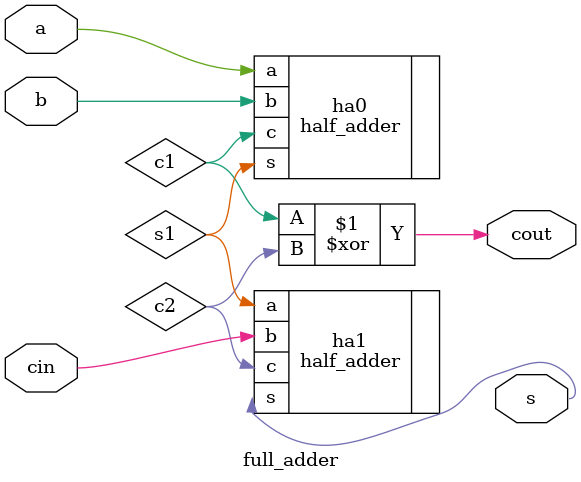
<source format=v>
`timescale 1ns / 1ps


module full_adder(
    input a,
    input b,
    input cin,
    output cout,
    output s
    );
    
    //internal signals
    wire c1, c2, s1;
    
    //first half adder
    half_adder ha0( 
        .a(a),
        .b(b),
        .c(c1),
        .s(s1)
    );
    
    //second half adder
    half_adder ha1( 
        .a(s1),
        .b(cin),
        .c(c2),
        .s(s)
    );
    
    //the last xor gate connecting cin and the second carry
    assign cout = c1 ^ c2;
    
endmodule

</source>
